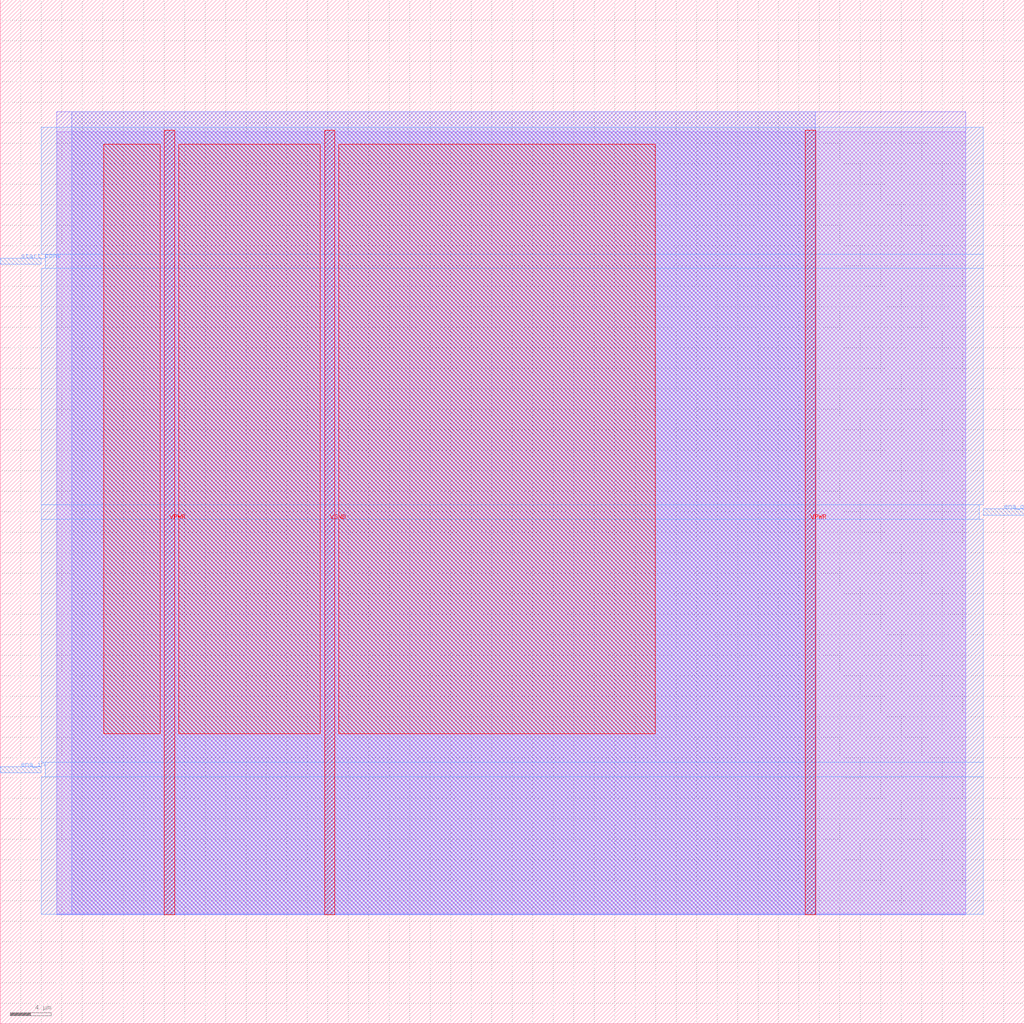
<source format=lef>
VERSION 5.7 ;
  NOWIREEXTENSIONATPIN ON ;
  DIVIDERCHAR "/" ;
  BUSBITCHARS "[]" ;
MACRO adc_edge_detect_circuit
  CLASS BLOCK ;
  FOREIGN adc_edge_detect_circuit ;
  ORIGIN 0.000 0.000 ;
  SIZE 100.000 BY 100.000 ;
  PIN VGND
    DIRECTION INOUT ;
    USE GROUND ;
    PORT
      LAYER met4 ;
        RECT 31.670 10.640 32.670 87.280 ;
    END
  END VGND
  PIN VPWR
    DIRECTION INOUT ;
    USE POWER ;
    PORT
      LAYER met4 ;
        RECT 16.020 10.640 17.020 87.280 ;
    END
    PORT
      LAYER met4 ;
        RECT 78.620 10.640 79.620 87.280 ;
    END
  END VPWR
  PIN ena_in
    DIRECTION INPUT ;
    USE SIGNAL ;
    PORT
      LAYER met3 ;
        RECT 0.000 24.520 4.000 25.120 ;
    END
  END ena_in
  PIN ena_out
    DIRECTION OUTPUT TRISTATE ;
    USE SIGNAL ;
    PORT
      LAYER met3 ;
        RECT 96.000 49.680 100.000 50.280 ;
    END
  END ena_out
  PIN start_conv
    DIRECTION INPUT ;
    USE SIGNAL ;
    PORT
      LAYER met3 ;
        RECT 0.000 74.160 4.000 74.760 ;
    END
  END start_conv
  OBS
      LAYER li1 ;
        RECT 5.520 10.795 94.300 87.125 ;
      LAYER met1 ;
        RECT 5.520 10.640 94.300 89.040 ;
      LAYER met2 ;
        RECT 7.000 10.695 79.570 89.070 ;
      LAYER met3 ;
        RECT 4.000 75.160 96.000 87.545 ;
        RECT 4.400 73.760 96.000 75.160 ;
        RECT 4.000 50.680 96.000 73.760 ;
        RECT 4.000 49.280 95.600 50.680 ;
        RECT 4.000 25.520 96.000 49.280 ;
        RECT 4.400 24.120 96.000 25.520 ;
        RECT 4.000 10.715 96.000 24.120 ;
      LAYER met4 ;
        RECT 10.090 28.330 15.620 85.910 ;
        RECT 17.420 28.330 31.270 85.910 ;
        RECT 33.070 28.330 63.970 85.910 ;
  END
END adc_edge_detect_circuit
END LIBRARY


</source>
